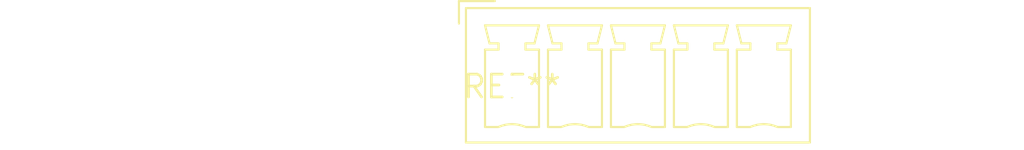
<source format=kicad_pcb>
(kicad_pcb (version 20240108) (generator pcbnew)
  (layers (0 "F.Cu" signal) (31 "B.Cu" signal) (34 "B.Paste" user) (35 "F.Paste" user) (36 "B.SilkS" user "B.Silkscreen") (37 "F.SilkS" user "F.Silkscreen") (38 "B.Mask" user) (39 "F.Mask" user) (44 "Edge.Cuts" user))
  (net 0 "")
  (footprint "PhoenixContact_MCV_1,5_5-G-3.5_1x05_P3.50mm_Vertical" (layer "F.Cu") (at 0 0)
    (property "Reference" "REF**")
    (property "Value" "PhoenixContact_MCV_1,5_5-G-3.5_1x05_P3.50mm_Vertical")
    (fp_line (start -2.95 -4.75) (end -0.95 -4.75) (layer "F.SilkS") (stroke (width 0.12)))
    (fp_line (start -2.95 -3.5) (end -2.95 -4.75) (layer "F.SilkS") (stroke (width 0.12)))
    (fp_line (start -2.56 -4.36) (end -2.56 3.11) (layer "F.SilkS") (stroke (width 0.12)))
    (fp_line (start -2.56 3.11) (end 16.56 3.11) (layer "F.SilkS") (stroke (width 0.12)))
    (fp_line (start -1.5 -3.4) (end 1.5 -3.4) (layer "F.SilkS") (stroke (width 0.12)))
    (fp_line (start -1.5 -2.05) (end -0.75 -2.05) (layer "F.SilkS") (stroke (width 0.12)))
    (fp_line (start -1.5 2.25) (end -1.5 -2.05) (layer "F.SilkS") (stroke (width 0.12)))
    (fp_line (start -1.25 -2.4) (end -1.5 -3.4) (layer "F.SilkS") (stroke (width 0.12)))
    (fp_line (start -0.75 -2.4) (end -1.25 -2.4) (layer "F.SilkS") (stroke (width 0.12)))
    (fp_line (start -0.75 -2.05) (end -0.75 -2.4) (layer "F.SilkS") (stroke (width 0.12)))
    (fp_line (start -0.75 2.25) (end -1.5 2.25) (layer "F.SilkS") (stroke (width 0.12)))
    (fp_line (start 0.75 -2.4) (end 0.75 -2.05) (layer "F.SilkS") (stroke (width 0.12)))
    (fp_line (start 0.75 -2.05) (end 1.5 -2.05) (layer "F.SilkS") (stroke (width 0.12)))
    (fp_line (start 1.25 -2.4) (end 0.75 -2.4) (layer "F.SilkS") (stroke (width 0.12)))
    (fp_line (start 1.5 -3.4) (end 1.25 -2.4) (layer "F.SilkS") (stroke (width 0.12)))
    (fp_line (start 1.5 -2.05) (end 1.5 2.25) (layer "F.SilkS") (stroke (width 0.12)))
    (fp_line (start 1.5 2.25) (end 0.75 2.25) (layer "F.SilkS") (stroke (width 0.12)))
    (fp_line (start 2 -3.4) (end 5 -3.4) (layer "F.SilkS") (stroke (width 0.12)))
    (fp_line (start 2 -2.05) (end 2.75 -2.05) (layer "F.SilkS") (stroke (width 0.12)))
    (fp_line (start 2 2.25) (end 2 -2.05) (layer "F.SilkS") (stroke (width 0.12)))
    (fp_line (start 2.25 -2.4) (end 2 -3.4) (layer "F.SilkS") (stroke (width 0.12)))
    (fp_line (start 2.75 -2.4) (end 2.25 -2.4) (layer "F.SilkS") (stroke (width 0.12)))
    (fp_line (start 2.75 -2.05) (end 2.75 -2.4) (layer "F.SilkS") (stroke (width 0.12)))
    (fp_line (start 2.75 2.25) (end 2 2.25) (layer "F.SilkS") (stroke (width 0.12)))
    (fp_line (start 4.25 -2.4) (end 4.25 -2.05) (layer "F.SilkS") (stroke (width 0.12)))
    (fp_line (start 4.25 -2.05) (end 5 -2.05) (layer "F.SilkS") (stroke (width 0.12)))
    (fp_line (start 4.75 -2.4) (end 4.25 -2.4) (layer "F.SilkS") (stroke (width 0.12)))
    (fp_line (start 5 -3.4) (end 4.75 -2.4) (layer "F.SilkS") (stroke (width 0.12)))
    (fp_line (start 5 -2.05) (end 5 2.25) (layer "F.SilkS") (stroke (width 0.12)))
    (fp_line (start 5 2.25) (end 4.25 2.25) (layer "F.SilkS") (stroke (width 0.12)))
    (fp_line (start 5.5 -3.4) (end 8.5 -3.4) (layer "F.SilkS") (stroke (width 0.12)))
    (fp_line (start 5.5 -2.05) (end 6.25 -2.05) (layer "F.SilkS") (stroke (width 0.12)))
    (fp_line (start 5.5 2.25) (end 5.5 -2.05) (layer "F.SilkS") (stroke (width 0.12)))
    (fp_line (start 5.75 -2.4) (end 5.5 -3.4) (layer "F.SilkS") (stroke (width 0.12)))
    (fp_line (start 6.25 -2.4) (end 5.75 -2.4) (layer "F.SilkS") (stroke (width 0.12)))
    (fp_line (start 6.25 -2.05) (end 6.25 -2.4) (layer "F.SilkS") (stroke (width 0.12)))
    (fp_line (start 6.25 2.25) (end 5.5 2.25) (layer "F.SilkS") (stroke (width 0.12)))
    (fp_line (start 7.75 -2.4) (end 7.75 -2.05) (layer "F.SilkS") (stroke (width 0.12)))
    (fp_line (start 7.75 -2.05) (end 8.5 -2.05) (layer "F.SilkS") (stroke (width 0.12)))
    (fp_line (start 8.25 -2.4) (end 7.75 -2.4) (layer "F.SilkS") (stroke (width 0.12)))
    (fp_line (start 8.5 -3.4) (end 8.25 -2.4) (layer "F.SilkS") (stroke (width 0.12)))
    (fp_line (start 8.5 -2.05) (end 8.5 2.25) (layer "F.SilkS") (stroke (width 0.12)))
    (fp_line (start 8.5 2.25) (end 7.75 2.25) (layer "F.SilkS") (stroke (width 0.12)))
    (fp_line (start 9 -3.4) (end 12 -3.4) (layer "F.SilkS") (stroke (width 0.12)))
    (fp_line (start 9 -2.05) (end 9.75 -2.05) (layer "F.SilkS") (stroke (width 0.12)))
    (fp_line (start 9 2.25) (end 9 -2.05) (layer "F.SilkS") (stroke (width 0.12)))
    (fp_line (start 9.25 -2.4) (end 9 -3.4) (layer "F.SilkS") (stroke (width 0.12)))
    (fp_line (start 9.75 -2.4) (end 9.25 -2.4) (layer "F.SilkS") (stroke (width 0.12)))
    (fp_line (start 9.75 -2.05) (end 9.75 -2.4) (layer "F.SilkS") (stroke (width 0.12)))
    (fp_line (start 9.75 2.25) (end 9 2.25) (layer "F.SilkS") (stroke (width 0.12)))
    (fp_line (start 11.25 -2.4) (end 11.25 -2.05) (layer "F.SilkS") (stroke (width 0.12)))
    (fp_line (start 11.25 -2.05) (end 12 -2.05) (layer "F.SilkS") (stroke (width 0.12)))
    (fp_line (start 11.75 -2.4) (end 11.25 -2.4) (layer "F.SilkS") (stroke (width 0.12)))
    (fp_line (start 12 -3.4) (end 11.75 -2.4) (layer "F.SilkS") (stroke (width 0.12)))
    (fp_line (start 12 -2.05) (end 12 2.25) (layer "F.SilkS") (stroke (width 0.12)))
    (fp_line (start 12 2.25) (end 11.25 2.25) (layer "F.SilkS") (stroke (width 0.12)))
    (fp_line (start 12.5 -3.4) (end 15.5 -3.4) (layer "F.SilkS") (stroke (width 0.12)))
    (fp_line (start 12.5 -2.05) (end 13.25 -2.05) (layer "F.SilkS") (stroke (width 0.12)))
    (fp_line (start 12.5 2.25) (end 12.5 -2.05) (layer "F.SilkS") (stroke (width 0.12)))
    (fp_line (start 12.75 -2.4) (end 12.5 -3.4) (layer "F.SilkS") (stroke (width 0.12)))
    (fp_line (start 13.25 -2.4) (end 12.75 -2.4) (layer "F.SilkS") (stroke (width 0.12)))
    (fp_line (start 13.25 -2.05) (end 13.25 -2.4) (layer "F.SilkS") (stroke (width 0.12)))
    (fp_line (start 13.25 2.25) (end 12.5 2.25) (layer "F.SilkS") (stroke (width 0.12)))
    (fp_line (start 14.75 -2.4) (end 14.75 -2.05) (layer "F.SilkS") (stroke (width 0.12)))
    (fp_line (start 14.75 -2.05) (end 15.5 -2.05) (layer "F.SilkS") (stroke (width 0.12)))
    (fp_line (start 15.25 -2.4) (end 14.75 -2.4) (layer "F.SilkS") (stroke (width 0.12)))
    (fp_line (start 15.5 -3.4) (end 15.25 -2.4) (layer "F.SilkS") (stroke (width 0.12)))
    (fp_line (start 15.5 -2.05) (end 15.5 2.25) (layer "F.SilkS") (stroke (width 0.12)))
    (fp_line (start 15.5 2.25) (end 14.75 2.25) (layer "F.SilkS") (stroke (width 0.12)))
    (fp_line (start 16.56 -4.36) (end -2.56 -4.36) (layer "F.SilkS") (stroke (width 0.12)))
    (fp_line (start 16.56 3.11) (end 16.56 -4.36) (layer "F.SilkS") (stroke (width 0.12)))
    (fp_arc (start -0.75 2.25) (mid -0.000193 2.09191) (end 0.749647 2.249844) (layer "F.SilkS") (stroke (width 0.12)))
    (fp_arc (start 2.75 2.25) (mid 3.499807 2.09191) (end 4.249647 2.249844) (layer "F.SilkS") (stroke (width 0.12)))
    (fp_arc (start 6.25 2.25) (mid 6.999807 2.09191) (end 7.749647 2.249844) (layer "F.SilkS") (stroke (width 0.12)))
    (fp_arc (start 9.75 2.25) (mid 10.499807 2.09191) (end 11.249647 2.249844) (layer "F.SilkS") (stroke (width 0.12)))
    (fp_arc (start 13.25 2.25) (mid 13.999807 2.09191) (end 14.749647 2.249844) (layer "F.SilkS") (stroke (width 0.12)))
    (pad "1" thru_hole roundrect (at 0 0) (size 1.8 3.6) (drill 1.2) (layers *.Cu *.Mask) (remove_unused_layers) (roundrect_rratio 0.138889))
    (pad "2" thru_hole oval (at 3.5 0) (size 1.8 3.6) (drill 1.2) (layers *.Cu *.Mask) (remove_unused_layers))
    (pad "3" thru_hole oval (at 7 0) (size 1.8 3.6) (drill 1.2) (layers *.Cu *.Mask) (remove_unused_layers))
    (pad "4" thru_hole oval (at 10.5 0) (size 1.8 3.6) (drill 1.2) (layers *.Cu *.Mask) (remove_unused_layers))
    (pad "5" thru_hole oval (at 14 0) (size 1.8 3.6) (drill 1.2) (layers *.Cu *.Mask) (remove_unused_layers))
  )
)
</source>
